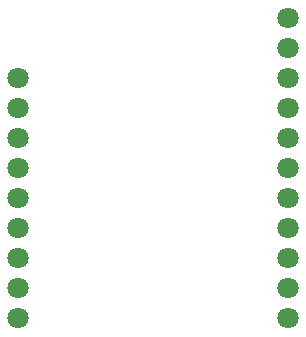
<source format=gbr>
G04 DipTrace 3.0.0.2*
G04 esp32-lighthouse-9dof-single-BottomMask.gbr*
%MOIN*%
G04 #@! TF.FileFunction,Soldermask,Bot*
G04 #@! TF.Part,Single*
%ADD21C,0.070929*%
%FSLAX26Y26*%
G04*
G70*
G90*
G75*
G01*
G04 BotMask*
%LPD*%
D21*
X-450000Y-400000D3*
Y-300000D3*
Y-200000D3*
Y-100000D3*
Y0D3*
Y100000D3*
Y200000D3*
Y300000D3*
Y400000D3*
X450000Y600000D3*
Y500000D3*
Y400000D3*
Y300000D3*
Y200000D3*
Y100000D3*
Y0D3*
Y-100000D3*
Y-200000D3*
Y-300000D3*
Y-400000D3*
M02*

</source>
